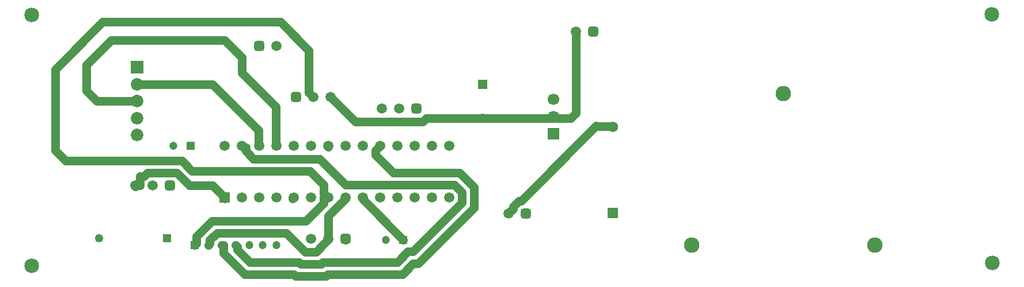
<source format=gbl>
G04*
G04 #@! TF.GenerationSoftware,Altium Limited,Altium Designer,23.10.1 (27)*
G04*
G04 Layer_Physical_Order=2*
G04 Layer_Color=16711680*
%FSLAX25Y25*%
%MOIN*%
G70*
G04*
G04 #@! TF.SameCoordinates,5FF5A223-D15A-4C9D-8392-CC208A2D619A*
G04*
G04*
G04 #@! TF.FilePolarity,Positive*
G04*
G01*
G75*
%ADD16C,0.07284*%
%ADD17R,0.07284X0.07284*%
%ADD18C,0.04921*%
%ADD19R,0.04921X0.04921*%
%ADD23C,0.09016*%
%ADD24C,0.06165*%
%ADD25R,0.06165X0.06165*%
%ADD27C,0.04724*%
%ADD28R,0.04724X0.04724*%
%ADD31C,0.05000*%
%ADD32C,0.05906*%
G04:AMPARAMS|DCode=33|XSize=59.06mil|YSize=59.06mil|CornerRadius=14.76mil|HoleSize=0mil|Usage=FLASHONLY|Rotation=180.000|XOffset=0mil|YOffset=0mil|HoleType=Round|Shape=RoundedRectangle|*
%AMROUNDEDRECTD33*
21,1,0.05906,0.02953,0,0,180.0*
21,1,0.02953,0.05906,0,0,180.0*
1,1,0.02953,-0.01476,0.01476*
1,1,0.02953,0.01476,0.01476*
1,1,0.02953,0.01476,-0.01476*
1,1,0.02953,-0.01476,-0.01476*
%
%ADD33ROUNDEDRECTD33*%
%ADD34C,0.08500*%
%ADD35C,0.05512*%
%ADD36R,0.05512X0.05512*%
%ADD37R,0.05906X0.05906*%
%ADD38C,0.06693*%
%ADD39R,0.06693X0.06693*%
D16*
X69819Y90315D02*
D03*
Y100157D02*
D03*
Y110000D02*
D03*
Y119843D02*
D03*
D17*
Y129685D02*
D03*
D18*
X47815Y30500D02*
D03*
D19*
X87185D02*
D03*
D23*
X444000Y114500D02*
D03*
X497100Y26500D02*
D03*
X390900D02*
D03*
D24*
X345300Y95200D02*
D03*
D25*
Y45200D02*
D03*
D27*
X150622Y26500D02*
D03*
X142748D02*
D03*
X134874D02*
D03*
X127000D02*
D03*
X119126D02*
D03*
X111252D02*
D03*
X214079Y29500D02*
D03*
X91079Y84000D02*
D03*
D28*
X103378Y26500D02*
D03*
X223921Y29500D02*
D03*
X100921Y84000D02*
D03*
D31*
X40500Y131000D02*
X55000Y145500D01*
X120571D01*
X40500Y116000D02*
Y131000D01*
X22500Y81500D02*
Y128500D01*
X50000Y156000D01*
X153000D01*
X150327Y84173D02*
Y106673D01*
X130595Y126406D02*
X150327Y106673D01*
X130595Y126406D02*
Y135477D01*
X69819Y119843D02*
X113657D01*
X140327Y84173D02*
Y93173D01*
Y84173D02*
X140500Y84000D01*
X133047Y80913D02*
Y83000D01*
X137413Y76547D02*
X175564D01*
X130500Y84000D02*
X131500Y83000D01*
X133047D01*
X113657Y119843D02*
X140327Y93173D01*
X150327Y84173D02*
X150500Y84000D01*
X120571Y145500D02*
X130595Y135477D01*
X40500Y116000D02*
X46500Y110000D01*
X69819D01*
Y119843D02*
X70256Y120279D01*
X22500Y81500D02*
X28547Y75453D01*
X95851D01*
X71547Y61000D02*
Y66453D01*
X120500Y53547D02*
Y54000D01*
X69000Y61000D02*
X71547D01*
X92952Y68453D02*
X100405Y61000D01*
X69000Y60460D02*
Y61000D01*
X71547Y66453D02*
X73913D01*
X95851Y75453D02*
X101757Y69547D01*
X75913Y68453D02*
X92952D01*
X177953Y56547D02*
X180500Y54000D01*
X73913Y66453D02*
X75913Y68453D01*
X133047Y80913D02*
X137413Y76547D01*
X175564D02*
X190658Y61453D01*
X101757Y69547D02*
X169858D01*
X177953Y61453D01*
X169453Y115047D02*
X172000Y112500D01*
X169453Y115047D02*
Y139547D01*
X153000Y156000D02*
X169453Y139547D01*
X335800Y95700D02*
X336077Y95423D01*
X345077D02*
X345300Y95200D01*
X336077Y95423D02*
X345077D01*
X287547Y48633D02*
X291048Y52134D01*
X285000Y44900D02*
Y44926D01*
X287547Y47473D02*
Y48633D01*
X292234Y52134D02*
X335800Y95700D01*
X291048Y52134D02*
X292234D01*
X285000Y44926D02*
X287547Y47473D01*
X113500Y61000D02*
X120500Y54000D01*
X100405Y61000D02*
X113500D01*
X177953Y50813D02*
Y54000D01*
X103378Y26500D02*
X104252Y27374D01*
Y31425D01*
X113327Y40500D01*
X167640D01*
X177953Y50813D01*
Y54000D02*
X180500D01*
X182000Y112500D02*
X196272Y98228D01*
X235452D01*
X237381Y100157D01*
X270000D01*
X309699D02*
X310218Y100676D01*
X324000Y103086D02*
Y150500D01*
X310218Y100676D02*
X310542D01*
X311000Y100218D01*
X311458Y100676D01*
X312521D01*
X313040Y100157D01*
X321071D01*
X324000Y103086D01*
X270000Y100157D02*
X309699D01*
X232577Y15638D02*
X264953Y48013D01*
X229638Y15638D02*
X232577D01*
X177439Y16500D02*
X220601D01*
X226738Y22638D02*
X229678D01*
X223500Y9500D02*
X229638Y15638D01*
X180339Y9500D02*
X223500D01*
X264953Y48013D02*
Y59987D01*
X229678Y22638D02*
X257953Y50913D01*
X220601Y16500D02*
X226738Y22638D01*
X257953Y50913D02*
Y57087D01*
X253587Y61453D02*
X257953Y57087D01*
X190658Y61453D02*
X253587D01*
X256487Y68453D02*
X264953Y59987D01*
X161614Y8547D02*
X179386D01*
X120000Y21770D02*
X132270Y9500D01*
X135169Y16500D02*
X163561D01*
X128012Y23658D02*
X135169Y16500D01*
X167413Y22547D02*
X173587D01*
X180500Y29755D02*
Y43460D01*
X179386Y8547D02*
X180339Y9500D01*
X160661D02*
X161614Y8547D01*
X173587Y22547D02*
X177953Y26913D01*
X176487Y15547D02*
X177439Y16500D01*
X163561D02*
X164514Y15547D01*
X132270Y9500D02*
X160661D01*
X177953Y26913D02*
Y27208D01*
X156460Y33500D02*
X167413Y22547D01*
X164514Y15547D02*
X176487D01*
X177953Y27208D02*
X180500Y29755D01*
X127000Y26500D02*
X128012Y25488D01*
Y23658D02*
Y25488D01*
X200500Y52921D02*
Y54000D01*
Y52921D02*
X223921Y29500D01*
X190500Y53460D02*
Y54000D01*
X180500Y43460D02*
X190500Y53460D01*
X116226Y33500D02*
X156460D01*
X112126Y29399D02*
X116226Y33500D01*
X112126Y27374D02*
Y29399D01*
X111252Y26500D02*
X112126Y27374D01*
X120000Y21770D02*
Y26500D01*
X119126D02*
X120000D01*
X218336Y68453D02*
X256487D01*
X207953Y78836D02*
X218336Y68453D01*
X207953Y78836D02*
Y81453D01*
X210500Y84000D01*
X177953Y56547D02*
Y61453D01*
X190500Y29460D02*
Y30000D01*
X180500Y83460D02*
Y84000D01*
X160000Y53500D02*
X160500Y54000D01*
D32*
X150500Y142000D02*
D03*
X285000Y44681D02*
D03*
X170500Y30000D02*
D03*
X180500D02*
D03*
X182000Y112500D02*
D03*
X172000D02*
D03*
X211500Y105681D02*
D03*
X221500D02*
D03*
X69000Y61000D02*
D03*
X79000D02*
D03*
X324000Y150500D02*
D03*
X250500Y84000D02*
D03*
X240500D02*
D03*
X230500D02*
D03*
X220500D02*
D03*
X210500D02*
D03*
X200500D02*
D03*
X190500D02*
D03*
X180500D02*
D03*
X170500D02*
D03*
X160500D02*
D03*
X150500D02*
D03*
X140500D02*
D03*
X130500D02*
D03*
X120500D02*
D03*
X250500Y54000D02*
D03*
X240500D02*
D03*
X230500D02*
D03*
X220500D02*
D03*
X210500D02*
D03*
X200500D02*
D03*
X190500D02*
D03*
X180500D02*
D03*
X170500D02*
D03*
X160500D02*
D03*
X150500D02*
D03*
X140500D02*
D03*
X130500D02*
D03*
D33*
X140500Y142000D02*
D03*
X295000Y44681D02*
D03*
X190500Y30000D02*
D03*
X162000Y112500D02*
D03*
X231500Y105681D02*
D03*
X89000Y61000D02*
D03*
X334000Y150500D02*
D03*
D34*
X565000Y16000D02*
D03*
X564500Y160500D02*
D03*
X9000Y14500D02*
D03*
Y160000D02*
D03*
D35*
X270000Y100157D02*
D03*
D36*
Y119843D02*
D03*
D37*
X120500Y54000D02*
D03*
D38*
X311000Y111000D02*
D03*
Y101000D02*
D03*
D39*
Y91000D02*
D03*
M02*

</source>
